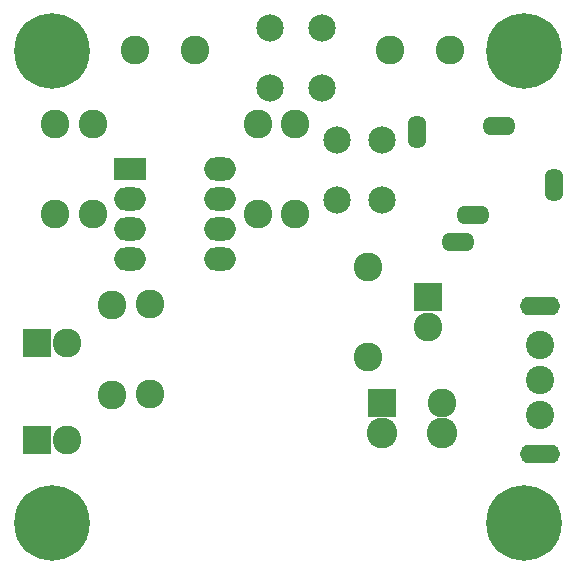
<source format=gbr>
G04 #@! TF.FileFunction,Soldermask,Top*
%FSLAX46Y46*%
G04 Gerber Fmt 4.6, Leading zero omitted, Abs format (unit mm)*
G04 Created by KiCad (PCBNEW 4.0.4-stable) date 06/22/17 13:33:57*
%MOMM*%
%LPD*%
G01*
G04 APERTURE LIST*
%ADD10C,0.300000*%
%ADD11R,2.432000X2.432000*%
%ADD12C,2.432000*%
%ADD13C,6.400000*%
%ADD14C,2.305000*%
%ADD15C,2.599640*%
%ADD16R,2.686000X1.974800*%
%ADD17O,2.686000X1.974800*%
%ADD18C,2.400000*%
%ADD19O,3.400000X1.600000*%
%ADD20O,2.800000X1.600000*%
%ADD21O,1.600000X2.800000*%
G04 APERTURE END LIST*
D10*
D11*
X36845000Y24350000D03*
D12*
X36845000Y21810000D03*
D13*
X44982000Y45165000D03*
X4982000Y45165000D03*
X4982000Y5165000D03*
X44982000Y5165000D03*
D14*
X27922000Y42075000D03*
X27922000Y47155000D03*
X23477000Y42075000D03*
X23477000Y47155000D03*
X29192000Y32550000D03*
X29192000Y37630000D03*
X33002000Y32550000D03*
X33002000Y37630000D03*
D11*
X33002000Y15405000D03*
D12*
X38082000Y15405000D03*
D15*
X33002000Y12865000D03*
X38082000Y12865000D03*
D16*
X11666000Y35217000D03*
D17*
X11666000Y32677000D03*
X11666000Y30137000D03*
X11666000Y27597000D03*
X19286000Y27597000D03*
X19286000Y30137000D03*
X19286000Y32677000D03*
X19286000Y35217000D03*
D11*
X3792000Y20485000D03*
D12*
X6332000Y20485000D03*
D11*
X3792000Y12230000D03*
D12*
X6332000Y12230000D03*
D18*
X46362400Y17302380D03*
X46337000Y20310000D03*
X46337000Y14310000D03*
D19*
X46337000Y23610000D03*
X46337000Y11010000D03*
D20*
X40657000Y31285000D03*
D21*
X47507000Y33785000D03*
D20*
X42907000Y38785000D03*
X39407000Y29035000D03*
D21*
X35907000Y38285000D03*
D12*
X10142000Y23660000D03*
X10142000Y16040000D03*
X13350000Y16095000D03*
X13350000Y23715000D03*
X22461000Y31407000D03*
X22461000Y39027000D03*
X8491000Y31407000D03*
X8491000Y39027000D03*
X25636000Y39027000D03*
X25636000Y31407000D03*
X5316000Y39027000D03*
X5316000Y31407000D03*
X31765000Y26890000D03*
X31765000Y19270000D03*
X33637000Y45250000D03*
X38717000Y45250000D03*
X12047000Y45250000D03*
X17127000Y45250000D03*
M02*

</source>
